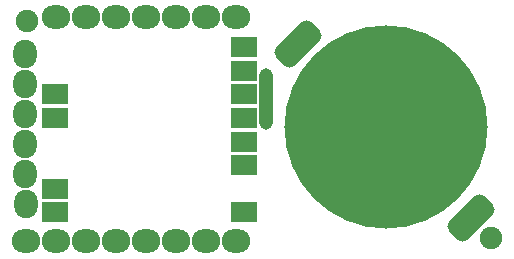
<source format=gbs>
%FSTAX25Y25*%
%MOIN*%
%SFA1B1*%

%IPPOS*%
%AMD72*
4,1,8,0.011000,0.072400,-0.072400,-0.011000,-0.072400,-0.044500,-0.044500,-0.072400,-0.011000,-0.072400,0.072400,0.011000,0.072400,0.044500,0.044500,0.072400,0.011000,0.072400,0.0*
1,1,0.047380,0.027800,0.055600*
1,1,0.047380,-0.055600,-0.027800*
1,1,0.047380,-0.027800,-0.055600*
1,1,0.047380,0.055600,0.027800*
%
%ADD70C,0.074930*%
%ADD71O,0.047370X0.204850*%
G04~CAMADD=72~8~0.0~0.0~1654.8~867.4~236.9~0.0~15~0.0~0.0~0.0~0.0~0~0.0~0.0~0.0~0.0~0~0.0~0.0~0.0~45.0~1586.0~1585.0*
%ADD72D72*%
%ADD73O,0.094610X0.078870*%
%ADD74O,0.078870X0.094610*%
%ADD75C,0.677290*%
%ADD76R,0.086740X0.067060*%
%LNpcb2-1*%
%LPD*%
G54D70*
X0259744Y0097638D03*
X0105118Y016998D03*
G54D71*
X0184941Y0143799D03*
G54D72*
X0253051Y0104232D03*
X0195571Y0162205D03*
G54D73*
X0115Y0171D03*
X0175Y00965D03*
X0165D03*
X0155D03*
X0145D03*
X0135D03*
X0125D03*
X0115D03*
X0105D03*
X0175Y0171D03*
X0165D03*
X0155D03*
X0145D03*
X0135D03*
X0125D03*
G54D74*
X0104606Y0158756D03*
Y0148756D03*
Y0138756D03*
Y0128756D03*
Y0118756D03*
X0104803Y0108756D03*
G54D75*
X0225Y0134646D03*
G54D76*
X0177559Y0121752D03*
X0114567Y0145374D03*
Y01375D03*
Y0113878D03*
Y0106004D03*
X0177559D03*
Y0129626D03*
Y01375D03*
Y0145374D03*
Y0153248D03*
Y0161122D03*
M02*
</source>
